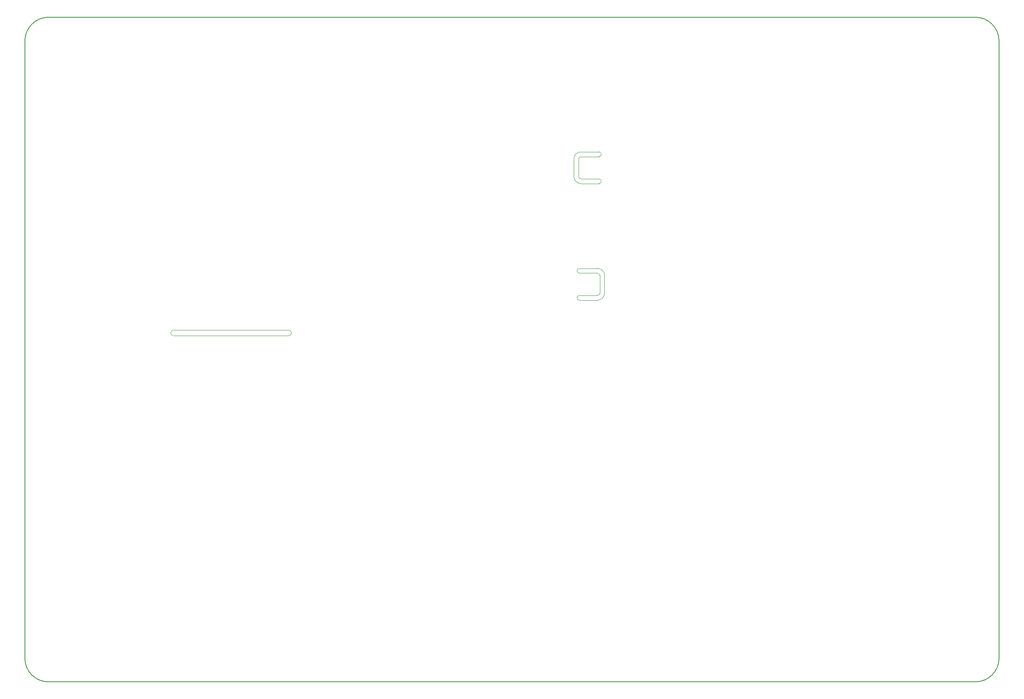
<source format=gko>
G04*
G04 #@! TF.GenerationSoftware,Altium Limited,Altium Designer,21.6.1 (37)*
G04*
G04 Layer_Color=16711935*
%FSLAX42Y42*%
%MOMM*%
G71*
G04*
G04 #@! TF.SameCoordinates,FC63BEE2-DC1F-4C2A-9970-BC50A4DCA033*
G04*
G04*
G04 #@! TF.FilePolarity,Positive*
G04*
G01*
G75*
%ADD11C,0.20*%
%ADD13C,0.10*%
D11*
X20000Y-1500D02*
G03*
X20500Y-1000I0J500D01*
G01*
X20500Y12000D02*
G03*
X20000Y12500I-500J0D01*
G01*
X-0Y-1000D02*
G03*
X500Y-1500I500J0D01*
G01*
X500Y12500D02*
G03*
X-0Y12000I0J-500D01*
G01*
X-0Y-1000D02*
X-0Y12000D01*
X500Y-1500D02*
X20000D01*
X20500Y-1000D02*
X20500Y12000D01*
X500Y12500D02*
X20000D01*
D13*
X11670Y6640D02*
G03*
X11670Y6540I0J-50D01*
G01*
X12048Y6640D02*
G03*
X12097Y6690I0J50D01*
G01*
X11670Y7210D02*
G03*
X11670Y7110I0J-50D01*
G01*
X12048Y6540D02*
G03*
X12198Y6690I0J150D01*
G01*
X12097Y7060D02*
G03*
X12048Y7110I-50J0D01*
G01*
X12198Y7060D02*
G03*
X12048Y7210I-150J0D01*
G01*
X11553Y9145D02*
G03*
X11703Y8995I150J0D01*
G01*
X11653Y9145D02*
G03*
X11703Y9095I50J0D01*
G01*
Y9665D02*
G03*
X11553Y9515I0J-150D01*
G01*
X12080Y8995D02*
G03*
X12080Y9095I0J50D01*
G01*
X11703Y9565D02*
G03*
X11653Y9515I0J-50D01*
G01*
X12080Y9565D02*
G03*
X12080Y9665I0J50D01*
G01*
X3130Y5910D02*
G03*
X3130Y5790I0J-60D01*
G01*
X5550D02*
G03*
X5550Y5910I0J60D01*
G01*
X11670Y6540D02*
X12048D01*
X11670Y6640D02*
X12048Y6640D01*
X12097Y6690D02*
Y7060D01*
X11670Y7210D02*
X12048D01*
X12197Y6690D02*
Y7060D01*
X11670Y7110D02*
X12048Y7110D01*
X11703Y9095D02*
X12080Y9095D01*
X11553Y9145D02*
Y9515D01*
X11703Y8995D02*
X12080D01*
X11653Y9145D02*
Y9515D01*
X11703Y9565D02*
X12080Y9565D01*
X11703Y9665D02*
X12080D01*
X3130Y5790D02*
X5550D01*
X3130Y5910D02*
X5550D01*
M02*

</source>
